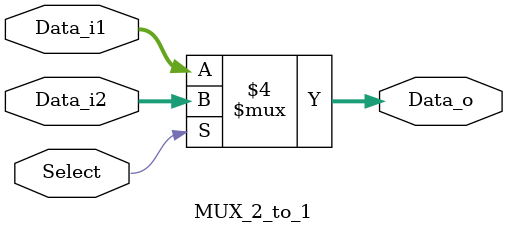
<source format=v>
`timescale 1ns / 1ps




module MUX_2_to_1(Select, Data_i1, Data_i2, Data_o);
    //Control Signal
    input Select;
    //Input Data
    input [31:0] Data_i1;
    input [31:0] Data_i2;
    //Output Data
    output reg [31: 0] Data_o;
    
    always@(*) begin
        if(Select == 1'b0) begin
            Data_o = Data_i1;
        end else begin
            Data_o = Data_i2;
        end
    end
    
endmodule

</source>
